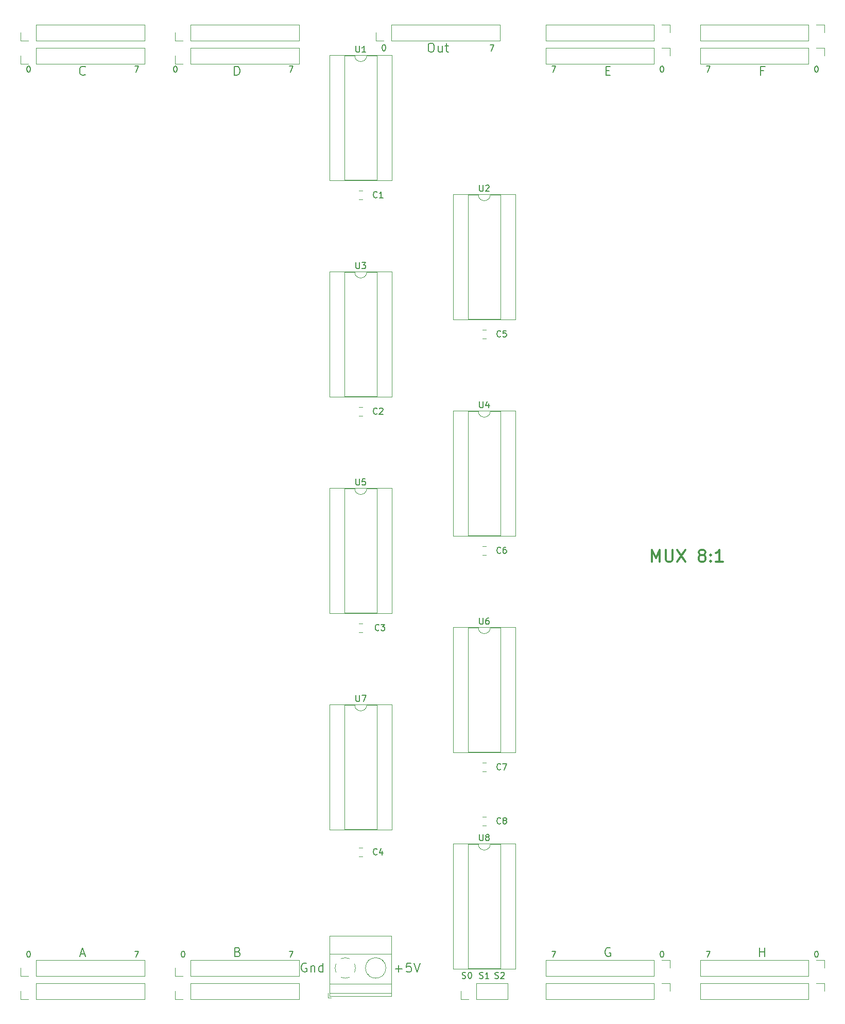
<source format=gbr>
%TF.GenerationSoftware,KiCad,Pcbnew,(5.1.8)-1*%
%TF.CreationDate,2022-05-21T00:33:48+03:00*%
%TF.ProjectId,MUX,4d55582e-6b69-4636-9164-5f7063625858,rev?*%
%TF.SameCoordinates,Original*%
%TF.FileFunction,Legend,Top*%
%TF.FilePolarity,Positive*%
%FSLAX46Y46*%
G04 Gerber Fmt 4.6, Leading zero omitted, Abs format (unit mm)*
G04 Created by KiCad (PCBNEW (5.1.8)-1) date 2022-05-21 00:33:48*
%MOMM*%
%LPD*%
G01*
G04 APERTURE LIST*
%ADD10C,0.300000*%
%ADD11C,0.150000*%
%ADD12C,0.200000*%
%ADD13C,0.120000*%
G04 APERTURE END LIST*
D10*
X120237976Y-117427261D02*
X120237976Y-115427261D01*
X120904642Y-116855833D01*
X121571309Y-115427261D01*
X121571309Y-117427261D01*
X122523690Y-115427261D02*
X122523690Y-117046309D01*
X122618928Y-117236785D01*
X122714166Y-117332023D01*
X122904642Y-117427261D01*
X123285595Y-117427261D01*
X123476071Y-117332023D01*
X123571309Y-117236785D01*
X123666547Y-117046309D01*
X123666547Y-115427261D01*
X124428452Y-115427261D02*
X125761785Y-117427261D01*
X125761785Y-115427261D02*
X124428452Y-117427261D01*
X128333214Y-116284404D02*
X128142738Y-116189166D01*
X128047500Y-116093928D01*
X127952261Y-115903452D01*
X127952261Y-115808214D01*
X128047500Y-115617738D01*
X128142738Y-115522500D01*
X128333214Y-115427261D01*
X128714166Y-115427261D01*
X128904642Y-115522500D01*
X128999880Y-115617738D01*
X129095119Y-115808214D01*
X129095119Y-115903452D01*
X128999880Y-116093928D01*
X128904642Y-116189166D01*
X128714166Y-116284404D01*
X128333214Y-116284404D01*
X128142738Y-116379642D01*
X128047500Y-116474880D01*
X127952261Y-116665357D01*
X127952261Y-117046309D01*
X128047500Y-117236785D01*
X128142738Y-117332023D01*
X128333214Y-117427261D01*
X128714166Y-117427261D01*
X128904642Y-117332023D01*
X128999880Y-117236785D01*
X129095119Y-117046309D01*
X129095119Y-116665357D01*
X128999880Y-116474880D01*
X128904642Y-116379642D01*
X128714166Y-116284404D01*
X129952261Y-117236785D02*
X130047500Y-117332023D01*
X129952261Y-117427261D01*
X129857023Y-117332023D01*
X129952261Y-117236785D01*
X129952261Y-117427261D01*
X129952261Y-116189166D02*
X130047500Y-116284404D01*
X129952261Y-116379642D01*
X129857023Y-116284404D01*
X129952261Y-116189166D01*
X129952261Y-116379642D01*
X131952261Y-117427261D02*
X130809404Y-117427261D01*
X131380833Y-117427261D02*
X131380833Y-115427261D01*
X131190357Y-115712976D01*
X130999880Y-115903452D01*
X130809404Y-115998690D01*
D11*
X35226666Y-35964880D02*
X35893333Y-35964880D01*
X35464761Y-36964880D01*
X60626666Y-35964880D02*
X61293333Y-35964880D01*
X60864761Y-36964880D01*
X93646666Y-32472380D02*
X94313333Y-32472380D01*
X93884761Y-33472380D01*
X103806666Y-35964880D02*
X104473333Y-35964880D01*
X104044761Y-36964880D01*
X129206666Y-35964880D02*
X129873333Y-35964880D01*
X129444761Y-36964880D01*
X129206666Y-181379880D02*
X129873333Y-181379880D01*
X129444761Y-182379880D01*
X103806666Y-181379880D02*
X104473333Y-181379880D01*
X104044761Y-182379880D01*
X60626666Y-181379880D02*
X61293333Y-181379880D01*
X60864761Y-182379880D01*
X35226666Y-181379880D02*
X35893333Y-181379880D01*
X35464761Y-182379880D01*
X17732380Y-181379880D02*
X17827619Y-181379880D01*
X17922857Y-181427500D01*
X17970476Y-181475119D01*
X18018095Y-181570357D01*
X18065714Y-181760833D01*
X18065714Y-181998928D01*
X18018095Y-182189404D01*
X17970476Y-182284642D01*
X17922857Y-182332261D01*
X17827619Y-182379880D01*
X17732380Y-182379880D01*
X17637142Y-182332261D01*
X17589523Y-182284642D01*
X17541904Y-182189404D01*
X17494285Y-181998928D01*
X17494285Y-181760833D01*
X17541904Y-181570357D01*
X17589523Y-181475119D01*
X17637142Y-181427500D01*
X17732380Y-181379880D01*
X43132380Y-181379880D02*
X43227619Y-181379880D01*
X43322857Y-181427500D01*
X43370476Y-181475119D01*
X43418095Y-181570357D01*
X43465714Y-181760833D01*
X43465714Y-181998928D01*
X43418095Y-182189404D01*
X43370476Y-182284642D01*
X43322857Y-182332261D01*
X43227619Y-182379880D01*
X43132380Y-182379880D01*
X43037142Y-182332261D01*
X42989523Y-182284642D01*
X42941904Y-182189404D01*
X42894285Y-181998928D01*
X42894285Y-181760833D01*
X42941904Y-181570357D01*
X42989523Y-181475119D01*
X43037142Y-181427500D01*
X43132380Y-181379880D01*
X121872380Y-181379880D02*
X121967619Y-181379880D01*
X122062857Y-181427500D01*
X122110476Y-181475119D01*
X122158095Y-181570357D01*
X122205714Y-181760833D01*
X122205714Y-181998928D01*
X122158095Y-182189404D01*
X122110476Y-182284642D01*
X122062857Y-182332261D01*
X121967619Y-182379880D01*
X121872380Y-182379880D01*
X121777142Y-182332261D01*
X121729523Y-182284642D01*
X121681904Y-182189404D01*
X121634285Y-181998928D01*
X121634285Y-181760833D01*
X121681904Y-181570357D01*
X121729523Y-181475119D01*
X121777142Y-181427500D01*
X121872380Y-181379880D01*
X147272380Y-181379880D02*
X147367619Y-181379880D01*
X147462857Y-181427500D01*
X147510476Y-181475119D01*
X147558095Y-181570357D01*
X147605714Y-181760833D01*
X147605714Y-181998928D01*
X147558095Y-182189404D01*
X147510476Y-182284642D01*
X147462857Y-182332261D01*
X147367619Y-182379880D01*
X147272380Y-182379880D01*
X147177142Y-182332261D01*
X147129523Y-182284642D01*
X147081904Y-182189404D01*
X147034285Y-181998928D01*
X147034285Y-181760833D01*
X147081904Y-181570357D01*
X147129523Y-181475119D01*
X147177142Y-181427500D01*
X147272380Y-181379880D01*
X17732380Y-35964880D02*
X17827619Y-35964880D01*
X17922857Y-36012500D01*
X17970476Y-36060119D01*
X18018095Y-36155357D01*
X18065714Y-36345833D01*
X18065714Y-36583928D01*
X18018095Y-36774404D01*
X17970476Y-36869642D01*
X17922857Y-36917261D01*
X17827619Y-36964880D01*
X17732380Y-36964880D01*
X17637142Y-36917261D01*
X17589523Y-36869642D01*
X17541904Y-36774404D01*
X17494285Y-36583928D01*
X17494285Y-36345833D01*
X17541904Y-36155357D01*
X17589523Y-36060119D01*
X17637142Y-36012500D01*
X17732380Y-35964880D01*
X41862380Y-35964880D02*
X41957619Y-35964880D01*
X42052857Y-36012500D01*
X42100476Y-36060119D01*
X42148095Y-36155357D01*
X42195714Y-36345833D01*
X42195714Y-36583928D01*
X42148095Y-36774404D01*
X42100476Y-36869642D01*
X42052857Y-36917261D01*
X41957619Y-36964880D01*
X41862380Y-36964880D01*
X41767142Y-36917261D01*
X41719523Y-36869642D01*
X41671904Y-36774404D01*
X41624285Y-36583928D01*
X41624285Y-36345833D01*
X41671904Y-36155357D01*
X41719523Y-36060119D01*
X41767142Y-36012500D01*
X41862380Y-35964880D01*
X76152380Y-32472380D02*
X76247619Y-32472380D01*
X76342857Y-32520000D01*
X76390476Y-32567619D01*
X76438095Y-32662857D01*
X76485714Y-32853333D01*
X76485714Y-33091428D01*
X76438095Y-33281904D01*
X76390476Y-33377142D01*
X76342857Y-33424761D01*
X76247619Y-33472380D01*
X76152380Y-33472380D01*
X76057142Y-33424761D01*
X76009523Y-33377142D01*
X75961904Y-33281904D01*
X75914285Y-33091428D01*
X75914285Y-32853333D01*
X75961904Y-32662857D01*
X76009523Y-32567619D01*
X76057142Y-32520000D01*
X76152380Y-32472380D01*
X121872380Y-35964880D02*
X121967619Y-35964880D01*
X122062857Y-36012500D01*
X122110476Y-36060119D01*
X122158095Y-36155357D01*
X122205714Y-36345833D01*
X122205714Y-36583928D01*
X122158095Y-36774404D01*
X122110476Y-36869642D01*
X122062857Y-36917261D01*
X121967619Y-36964880D01*
X121872380Y-36964880D01*
X121777142Y-36917261D01*
X121729523Y-36869642D01*
X121681904Y-36774404D01*
X121634285Y-36583928D01*
X121634285Y-36345833D01*
X121681904Y-36155357D01*
X121729523Y-36060119D01*
X121777142Y-36012500D01*
X121872380Y-35964880D01*
X147272380Y-35964880D02*
X147367619Y-35964880D01*
X147462857Y-36012500D01*
X147510476Y-36060119D01*
X147558095Y-36155357D01*
X147605714Y-36345833D01*
X147605714Y-36583928D01*
X147558095Y-36774404D01*
X147510476Y-36869642D01*
X147462857Y-36917261D01*
X147367619Y-36964880D01*
X147272380Y-36964880D01*
X147177142Y-36917261D01*
X147129523Y-36869642D01*
X147081904Y-36774404D01*
X147034285Y-36583928D01*
X147034285Y-36345833D01*
X147081904Y-36155357D01*
X147129523Y-36060119D01*
X147177142Y-36012500D01*
X147272380Y-35964880D01*
D12*
X83840000Y-32198571D02*
X84125714Y-32198571D01*
X84268571Y-32270000D01*
X84411428Y-32412857D01*
X84482857Y-32698571D01*
X84482857Y-33198571D01*
X84411428Y-33484285D01*
X84268571Y-33627142D01*
X84125714Y-33698571D01*
X83840000Y-33698571D01*
X83697142Y-33627142D01*
X83554285Y-33484285D01*
X83482857Y-33198571D01*
X83482857Y-32698571D01*
X83554285Y-32412857D01*
X83697142Y-32270000D01*
X83840000Y-32198571D01*
X85768571Y-32698571D02*
X85768571Y-33698571D01*
X85125714Y-32698571D02*
X85125714Y-33484285D01*
X85197142Y-33627142D01*
X85340000Y-33698571D01*
X85554285Y-33698571D01*
X85697142Y-33627142D01*
X85768571Y-33555714D01*
X86268571Y-32698571D02*
X86840000Y-32698571D01*
X86482857Y-32198571D02*
X86482857Y-33484285D01*
X86554285Y-33627142D01*
X86697142Y-33698571D01*
X86840000Y-33698571D01*
X78081428Y-184257142D02*
X79224285Y-184257142D01*
X78652857Y-184828571D02*
X78652857Y-183685714D01*
X80652857Y-183328571D02*
X79938571Y-183328571D01*
X79867142Y-184042857D01*
X79938571Y-183971428D01*
X80081428Y-183900000D01*
X80438571Y-183900000D01*
X80581428Y-183971428D01*
X80652857Y-184042857D01*
X80724285Y-184185714D01*
X80724285Y-184542857D01*
X80652857Y-184685714D01*
X80581428Y-184757142D01*
X80438571Y-184828571D01*
X80081428Y-184828571D01*
X79938571Y-184757142D01*
X79867142Y-184685714D01*
X81152857Y-183328571D02*
X81652857Y-184828571D01*
X82152857Y-183328571D01*
X63488214Y-183400000D02*
X63345357Y-183328571D01*
X63131071Y-183328571D01*
X62916785Y-183400000D01*
X62773928Y-183542857D01*
X62702500Y-183685714D01*
X62631071Y-183971428D01*
X62631071Y-184185714D01*
X62702500Y-184471428D01*
X62773928Y-184614285D01*
X62916785Y-184757142D01*
X63131071Y-184828571D01*
X63273928Y-184828571D01*
X63488214Y-184757142D01*
X63559642Y-184685714D01*
X63559642Y-184185714D01*
X63273928Y-184185714D01*
X64202500Y-183828571D02*
X64202500Y-184828571D01*
X64202500Y-183971428D02*
X64273928Y-183900000D01*
X64416785Y-183828571D01*
X64631071Y-183828571D01*
X64773928Y-183900000D01*
X64845357Y-184042857D01*
X64845357Y-184828571D01*
X66202500Y-184828571D02*
X66202500Y-183328571D01*
X66202500Y-184757142D02*
X66059642Y-184828571D01*
X65773928Y-184828571D01*
X65631071Y-184757142D01*
X65559642Y-184685714D01*
X65488214Y-184542857D01*
X65488214Y-184114285D01*
X65559642Y-183971428D01*
X65631071Y-183900000D01*
X65773928Y-183828571D01*
X66059642Y-183828571D01*
X66202500Y-183900000D01*
D11*
X94488095Y-185824761D02*
X94630952Y-185872380D01*
X94869047Y-185872380D01*
X94964285Y-185824761D01*
X95011904Y-185777142D01*
X95059523Y-185681904D01*
X95059523Y-185586666D01*
X95011904Y-185491428D01*
X94964285Y-185443809D01*
X94869047Y-185396190D01*
X94678571Y-185348571D01*
X94583333Y-185300952D01*
X94535714Y-185253333D01*
X94488095Y-185158095D01*
X94488095Y-185062857D01*
X94535714Y-184967619D01*
X94583333Y-184920000D01*
X94678571Y-184872380D01*
X94916666Y-184872380D01*
X95059523Y-184920000D01*
X95440476Y-184967619D02*
X95488095Y-184920000D01*
X95583333Y-184872380D01*
X95821428Y-184872380D01*
X95916666Y-184920000D01*
X95964285Y-184967619D01*
X96011904Y-185062857D01*
X96011904Y-185158095D01*
X95964285Y-185300952D01*
X95392857Y-185872380D01*
X96011904Y-185872380D01*
X91948095Y-185824761D02*
X92090952Y-185872380D01*
X92329047Y-185872380D01*
X92424285Y-185824761D01*
X92471904Y-185777142D01*
X92519523Y-185681904D01*
X92519523Y-185586666D01*
X92471904Y-185491428D01*
X92424285Y-185443809D01*
X92329047Y-185396190D01*
X92138571Y-185348571D01*
X92043333Y-185300952D01*
X91995714Y-185253333D01*
X91948095Y-185158095D01*
X91948095Y-185062857D01*
X91995714Y-184967619D01*
X92043333Y-184920000D01*
X92138571Y-184872380D01*
X92376666Y-184872380D01*
X92519523Y-184920000D01*
X93471904Y-185872380D02*
X92900476Y-185872380D01*
X93186190Y-185872380D02*
X93186190Y-184872380D01*
X93090952Y-185015238D01*
X92995714Y-185110476D01*
X92900476Y-185158095D01*
X89090595Y-185824761D02*
X89233452Y-185872380D01*
X89471547Y-185872380D01*
X89566785Y-185824761D01*
X89614404Y-185777142D01*
X89662023Y-185681904D01*
X89662023Y-185586666D01*
X89614404Y-185491428D01*
X89566785Y-185443809D01*
X89471547Y-185396190D01*
X89281071Y-185348571D01*
X89185833Y-185300952D01*
X89138214Y-185253333D01*
X89090595Y-185158095D01*
X89090595Y-185062857D01*
X89138214Y-184967619D01*
X89185833Y-184920000D01*
X89281071Y-184872380D01*
X89519166Y-184872380D01*
X89662023Y-184920000D01*
X90281071Y-184872380D02*
X90376309Y-184872380D01*
X90471547Y-184920000D01*
X90519166Y-184967619D01*
X90566785Y-185062857D01*
X90614404Y-185253333D01*
X90614404Y-185491428D01*
X90566785Y-185681904D01*
X90519166Y-185777142D01*
X90471547Y-185824761D01*
X90376309Y-185872380D01*
X90281071Y-185872380D01*
X90185833Y-185824761D01*
X90138214Y-185777142D01*
X90090595Y-185681904D01*
X90042976Y-185491428D01*
X90042976Y-185253333D01*
X90090595Y-185062857D01*
X90138214Y-184967619D01*
X90185833Y-184920000D01*
X90281071Y-184872380D01*
D12*
X138644285Y-36722857D02*
X138144285Y-36722857D01*
X138144285Y-37508571D02*
X138144285Y-36008571D01*
X138858571Y-36008571D01*
X112708571Y-36722857D02*
X113208571Y-36722857D01*
X113422857Y-37508571D02*
X112708571Y-37508571D01*
X112708571Y-36008571D01*
X113422857Y-36008571D01*
X51637142Y-37508571D02*
X51637142Y-36008571D01*
X51994285Y-36008571D01*
X52208571Y-36080000D01*
X52351428Y-36222857D01*
X52422857Y-36365714D01*
X52494285Y-36651428D01*
X52494285Y-36865714D01*
X52422857Y-37151428D01*
X52351428Y-37294285D01*
X52208571Y-37437142D01*
X51994285Y-37508571D01*
X51637142Y-37508571D01*
X27094285Y-37365714D02*
X27022857Y-37437142D01*
X26808571Y-37508571D01*
X26665714Y-37508571D01*
X26451428Y-37437142D01*
X26308571Y-37294285D01*
X26237142Y-37151428D01*
X26165714Y-36865714D01*
X26165714Y-36651428D01*
X26237142Y-36365714D01*
X26308571Y-36222857D01*
X26451428Y-36080000D01*
X26665714Y-36008571D01*
X26808571Y-36008571D01*
X27022857Y-36080000D01*
X27094285Y-36151428D01*
X137961428Y-182288571D02*
X137961428Y-180788571D01*
X137961428Y-181502857D02*
X138818571Y-181502857D01*
X138818571Y-182288571D02*
X138818571Y-180788571D01*
X113422857Y-180860000D02*
X113280000Y-180788571D01*
X113065714Y-180788571D01*
X112851428Y-180860000D01*
X112708571Y-181002857D01*
X112637142Y-181145714D01*
X112565714Y-181431428D01*
X112565714Y-181645714D01*
X112637142Y-181931428D01*
X112708571Y-182074285D01*
X112851428Y-182217142D01*
X113065714Y-182288571D01*
X113208571Y-182288571D01*
X113422857Y-182217142D01*
X113494285Y-182145714D01*
X113494285Y-181645714D01*
X113208571Y-181645714D01*
X52177142Y-181502857D02*
X52391428Y-181574285D01*
X52462857Y-181645714D01*
X52534285Y-181788571D01*
X52534285Y-182002857D01*
X52462857Y-182145714D01*
X52391428Y-182217142D01*
X52248571Y-182288571D01*
X51677142Y-182288571D01*
X51677142Y-180788571D01*
X52177142Y-180788571D01*
X52320000Y-180860000D01*
X52391428Y-180931428D01*
X52462857Y-181074285D01*
X52462857Y-181217142D01*
X52391428Y-181360000D01*
X52320000Y-181431428D01*
X52177142Y-181502857D01*
X51677142Y-181502857D01*
X26312857Y-181860000D02*
X27027142Y-181860000D01*
X26170000Y-182288571D02*
X26670000Y-180788571D01*
X27170000Y-182288571D01*
D13*
%TO.C,J1*%
X36890000Y-189290000D02*
X36890000Y-186630000D01*
X19050000Y-189290000D02*
X36890000Y-189290000D01*
X19050000Y-186630000D02*
X36890000Y-186630000D01*
X19050000Y-189290000D02*
X19050000Y-186630000D01*
X17780000Y-189290000D02*
X16450000Y-189290000D01*
X16450000Y-189290000D02*
X16450000Y-187960000D01*
%TO.C,J2*%
X102810000Y-29150000D02*
X102810000Y-31810000D01*
X120650000Y-29150000D02*
X102810000Y-29150000D01*
X120650000Y-31810000D02*
X102810000Y-31810000D01*
X120650000Y-29150000D02*
X120650000Y-31810000D01*
X121920000Y-29150000D02*
X123250000Y-29150000D01*
X123250000Y-29150000D02*
X123250000Y-30480000D01*
%TO.C,J3*%
X41850000Y-189290000D02*
X41850000Y-187960000D01*
X43180000Y-189290000D02*
X41850000Y-189290000D01*
X44450000Y-189290000D02*
X44450000Y-186630000D01*
X44450000Y-186630000D02*
X62290000Y-186630000D01*
X44450000Y-189290000D02*
X62290000Y-189290000D01*
X62290000Y-189290000D02*
X62290000Y-186630000D01*
%TO.C,J4*%
X148650000Y-29150000D02*
X148650000Y-30480000D01*
X147320000Y-29150000D02*
X148650000Y-29150000D01*
X146050000Y-29150000D02*
X146050000Y-31810000D01*
X146050000Y-31810000D02*
X128210000Y-31810000D01*
X146050000Y-29150000D02*
X128210000Y-29150000D01*
X128210000Y-29150000D02*
X128210000Y-31810000D01*
%TO.C,J5*%
X36890000Y-31810000D02*
X36890000Y-29150000D01*
X19050000Y-31810000D02*
X36890000Y-31810000D01*
X19050000Y-29150000D02*
X36890000Y-29150000D01*
X19050000Y-31810000D02*
X19050000Y-29150000D01*
X17780000Y-31810000D02*
X16450000Y-31810000D01*
X16450000Y-31810000D02*
X16450000Y-30480000D01*
%TO.C,J6*%
X102810000Y-186630000D02*
X102810000Y-189290000D01*
X120650000Y-186630000D02*
X102810000Y-186630000D01*
X120650000Y-189290000D02*
X102810000Y-189290000D01*
X120650000Y-186630000D02*
X120650000Y-189290000D01*
X121920000Y-186630000D02*
X123250000Y-186630000D01*
X123250000Y-186630000D02*
X123250000Y-187960000D01*
%TO.C,J7*%
X41850000Y-31810000D02*
X41850000Y-30480000D01*
X43180000Y-31810000D02*
X41850000Y-31810000D01*
X44450000Y-31810000D02*
X44450000Y-29150000D01*
X44450000Y-29150000D02*
X62290000Y-29150000D01*
X44450000Y-31810000D02*
X62290000Y-31810000D01*
X62290000Y-31810000D02*
X62290000Y-29150000D01*
%TO.C,J8*%
X148650000Y-186630000D02*
X148650000Y-187960000D01*
X147320000Y-186630000D02*
X148650000Y-186630000D01*
X146050000Y-186630000D02*
X146050000Y-189290000D01*
X146050000Y-189290000D02*
X128210000Y-189290000D01*
X146050000Y-186630000D02*
X128210000Y-186630000D01*
X128210000Y-186630000D02*
X128210000Y-189290000D01*
%TO.C,U1*%
X71390000Y-34230000D02*
X69740000Y-34230000D01*
X69740000Y-34230000D02*
X69740000Y-54670000D01*
X69740000Y-54670000D02*
X75040000Y-54670000D01*
X75040000Y-54670000D02*
X75040000Y-34230000D01*
X75040000Y-34230000D02*
X73390000Y-34230000D01*
X67250000Y-34170000D02*
X67250000Y-54730000D01*
X67250000Y-54730000D02*
X77530000Y-54730000D01*
X77530000Y-54730000D02*
X77530000Y-34170000D01*
X77530000Y-34170000D02*
X67250000Y-34170000D01*
X73390000Y-34230000D02*
G75*
G02*
X71390000Y-34230000I-1000000J0D01*
G01*
%TO.C,U2*%
X97850000Y-57030000D02*
X87570000Y-57030000D01*
X97850000Y-77590000D02*
X97850000Y-57030000D01*
X87570000Y-77590000D02*
X97850000Y-77590000D01*
X87570000Y-57030000D02*
X87570000Y-77590000D01*
X95360000Y-57090000D02*
X93710000Y-57090000D01*
X95360000Y-77530000D02*
X95360000Y-57090000D01*
X90060000Y-77530000D02*
X95360000Y-77530000D01*
X90060000Y-57090000D02*
X90060000Y-77530000D01*
X91710000Y-57090000D02*
X90060000Y-57090000D01*
X93710000Y-57090000D02*
G75*
G02*
X91710000Y-57090000I-1000000J0D01*
G01*
%TO.C,U3*%
X71390000Y-69790000D02*
X69740000Y-69790000D01*
X69740000Y-69790000D02*
X69740000Y-90230000D01*
X69740000Y-90230000D02*
X75040000Y-90230000D01*
X75040000Y-90230000D02*
X75040000Y-69790000D01*
X75040000Y-69790000D02*
X73390000Y-69790000D01*
X67250000Y-69730000D02*
X67250000Y-90290000D01*
X67250000Y-90290000D02*
X77530000Y-90290000D01*
X77530000Y-90290000D02*
X77530000Y-69730000D01*
X77530000Y-69730000D02*
X67250000Y-69730000D01*
X73390000Y-69790000D02*
G75*
G02*
X71390000Y-69790000I-1000000J0D01*
G01*
%TO.C,U4*%
X97850000Y-92590000D02*
X87570000Y-92590000D01*
X97850000Y-113150000D02*
X97850000Y-92590000D01*
X87570000Y-113150000D02*
X97850000Y-113150000D01*
X87570000Y-92590000D02*
X87570000Y-113150000D01*
X95360000Y-92650000D02*
X93710000Y-92650000D01*
X95360000Y-113090000D02*
X95360000Y-92650000D01*
X90060000Y-113090000D02*
X95360000Y-113090000D01*
X90060000Y-92650000D02*
X90060000Y-113090000D01*
X91710000Y-92650000D02*
X90060000Y-92650000D01*
X93710000Y-92650000D02*
G75*
G02*
X91710000Y-92650000I-1000000J0D01*
G01*
%TO.C,U5*%
X71390000Y-105350000D02*
X69740000Y-105350000D01*
X69740000Y-105350000D02*
X69740000Y-125790000D01*
X69740000Y-125790000D02*
X75040000Y-125790000D01*
X75040000Y-125790000D02*
X75040000Y-105350000D01*
X75040000Y-105350000D02*
X73390000Y-105350000D01*
X67250000Y-105290000D02*
X67250000Y-125850000D01*
X67250000Y-125850000D02*
X77530000Y-125850000D01*
X77530000Y-125850000D02*
X77530000Y-105290000D01*
X77530000Y-105290000D02*
X67250000Y-105290000D01*
X73390000Y-105350000D02*
G75*
G02*
X71390000Y-105350000I-1000000J0D01*
G01*
%TO.C,U6*%
X97850000Y-128150000D02*
X87570000Y-128150000D01*
X97850000Y-148710000D02*
X97850000Y-128150000D01*
X87570000Y-148710000D02*
X97850000Y-148710000D01*
X87570000Y-128150000D02*
X87570000Y-148710000D01*
X95360000Y-128210000D02*
X93710000Y-128210000D01*
X95360000Y-148650000D02*
X95360000Y-128210000D01*
X90060000Y-148650000D02*
X95360000Y-148650000D01*
X90060000Y-128210000D02*
X90060000Y-148650000D01*
X91710000Y-128210000D02*
X90060000Y-128210000D01*
X93710000Y-128210000D02*
G75*
G02*
X91710000Y-128210000I-1000000J0D01*
G01*
%TO.C,U7*%
X71390000Y-140910000D02*
X69740000Y-140910000D01*
X69740000Y-140910000D02*
X69740000Y-161350000D01*
X69740000Y-161350000D02*
X75040000Y-161350000D01*
X75040000Y-161350000D02*
X75040000Y-140910000D01*
X75040000Y-140910000D02*
X73390000Y-140910000D01*
X67250000Y-140850000D02*
X67250000Y-161410000D01*
X67250000Y-161410000D02*
X77530000Y-161410000D01*
X77530000Y-161410000D02*
X77530000Y-140850000D01*
X77530000Y-140850000D02*
X67250000Y-140850000D01*
X73390000Y-140910000D02*
G75*
G02*
X71390000Y-140910000I-1000000J0D01*
G01*
%TO.C,U8*%
X97850000Y-163710000D02*
X87570000Y-163710000D01*
X97850000Y-184270000D02*
X97850000Y-163710000D01*
X87570000Y-184270000D02*
X97850000Y-184270000D01*
X87570000Y-163710000D02*
X87570000Y-184270000D01*
X95360000Y-163770000D02*
X93710000Y-163770000D01*
X95360000Y-184210000D02*
X95360000Y-163770000D01*
X90060000Y-184210000D02*
X95360000Y-184210000D01*
X90060000Y-163770000D02*
X90060000Y-184210000D01*
X91710000Y-163770000D02*
X90060000Y-163770000D01*
X93710000Y-163770000D02*
G75*
G02*
X91710000Y-163770000I-1000000J0D01*
G01*
%TO.C,J9*%
X76530000Y-184150000D02*
G75*
G03*
X76530000Y-184150000I-1680000J0D01*
G01*
X67290000Y-188250000D02*
X77410000Y-188250000D01*
X67290000Y-186750000D02*
X77410000Y-186750000D01*
X67290000Y-181849000D02*
X77410000Y-181849000D01*
X67290000Y-178889000D02*
X77410000Y-178889000D01*
X67290000Y-188810000D02*
X77410000Y-188810000D01*
X67290000Y-178889000D02*
X67290000Y-188810000D01*
X77410000Y-178889000D02*
X77410000Y-188810000D01*
X76125000Y-183081000D02*
X76078000Y-183127000D01*
X73816000Y-185389000D02*
X73781000Y-185424000D01*
X75920000Y-182875000D02*
X75885000Y-182911000D01*
X73623000Y-185173000D02*
X73576000Y-185219000D01*
X67050000Y-188310000D02*
X67050000Y-189050000D01*
X67050000Y-189050000D02*
X67550000Y-189050000D01*
X70533318Y-185684756D02*
G75*
G02*
X69850000Y-185830000I-683318J1534756D01*
G01*
X71385426Y-183466958D02*
G75*
G02*
X71385000Y-184834000I-1535426J-683042D01*
G01*
X69166958Y-182614574D02*
G75*
G02*
X70534000Y-182615000I683042J-1535426D01*
G01*
X68314574Y-184833042D02*
G75*
G02*
X68315000Y-183466000I1535426J683042D01*
G01*
X69878805Y-185830253D02*
G75*
G02*
X69166000Y-185685000I-28805J1680253D01*
G01*
%TO.C,J10*%
X96580000Y-189290000D02*
X96580000Y-186630000D01*
X91440000Y-189290000D02*
X96580000Y-189290000D01*
X91440000Y-186630000D02*
X96580000Y-186630000D01*
X91440000Y-189290000D02*
X91440000Y-186630000D01*
X90170000Y-189290000D02*
X88840000Y-189290000D01*
X88840000Y-189290000D02*
X88840000Y-187960000D01*
%TO.C,J11*%
X95310000Y-31810000D02*
X95310000Y-29150000D01*
X77470000Y-31810000D02*
X95310000Y-31810000D01*
X77470000Y-29150000D02*
X95310000Y-29150000D01*
X77470000Y-31810000D02*
X77470000Y-29150000D01*
X76200000Y-31810000D02*
X74870000Y-31810000D01*
X74870000Y-31810000D02*
X74870000Y-30480000D01*
%TO.C,C1*%
X72651252Y-57885000D02*
X72128748Y-57885000D01*
X72651252Y-56415000D02*
X72128748Y-56415000D01*
%TO.C,C2*%
X72651252Y-91975000D02*
X72128748Y-91975000D01*
X72651252Y-93445000D02*
X72128748Y-93445000D01*
%TO.C,C3*%
X72651252Y-129005000D02*
X72128748Y-129005000D01*
X72651252Y-127535000D02*
X72128748Y-127535000D01*
%TO.C,C4*%
X72651252Y-164365000D02*
X72128748Y-164365000D01*
X72651252Y-165835000D02*
X72128748Y-165835000D01*
%TO.C,C5*%
X92971252Y-80745000D02*
X92448748Y-80745000D01*
X92971252Y-79275000D02*
X92448748Y-79275000D01*
%TO.C,C6*%
X92971252Y-114835000D02*
X92448748Y-114835000D01*
X92971252Y-116305000D02*
X92448748Y-116305000D01*
%TO.C,C7*%
X92971252Y-151865000D02*
X92448748Y-151865000D01*
X92971252Y-150395000D02*
X92448748Y-150395000D01*
%TO.C,C8*%
X92971252Y-159285000D02*
X92448748Y-159285000D01*
X92971252Y-160755000D02*
X92448748Y-160755000D01*
%TO.C,J12*%
X16450000Y-185480000D02*
X16450000Y-184150000D01*
X17780000Y-185480000D02*
X16450000Y-185480000D01*
X19050000Y-185480000D02*
X19050000Y-182820000D01*
X19050000Y-182820000D02*
X36890000Y-182820000D01*
X19050000Y-185480000D02*
X36890000Y-185480000D01*
X36890000Y-185480000D02*
X36890000Y-182820000D01*
%TO.C,J13*%
X123250000Y-32960000D02*
X123250000Y-34290000D01*
X121920000Y-32960000D02*
X123250000Y-32960000D01*
X120650000Y-32960000D02*
X120650000Y-35620000D01*
X120650000Y-35620000D02*
X102810000Y-35620000D01*
X120650000Y-32960000D02*
X102810000Y-32960000D01*
X102810000Y-32960000D02*
X102810000Y-35620000D01*
%TO.C,J14*%
X62290000Y-185480000D02*
X62290000Y-182820000D01*
X44450000Y-185480000D02*
X62290000Y-185480000D01*
X44450000Y-182820000D02*
X62290000Y-182820000D01*
X44450000Y-185480000D02*
X44450000Y-182820000D01*
X43180000Y-185480000D02*
X41850000Y-185480000D01*
X41850000Y-185480000D02*
X41850000Y-184150000D01*
%TO.C,J15*%
X128210000Y-32960000D02*
X128210000Y-35620000D01*
X146050000Y-32960000D02*
X128210000Y-32960000D01*
X146050000Y-35620000D02*
X128210000Y-35620000D01*
X146050000Y-32960000D02*
X146050000Y-35620000D01*
X147320000Y-32960000D02*
X148650000Y-32960000D01*
X148650000Y-32960000D02*
X148650000Y-34290000D01*
%TO.C,J16*%
X16450000Y-35620000D02*
X16450000Y-34290000D01*
X17780000Y-35620000D02*
X16450000Y-35620000D01*
X19050000Y-35620000D02*
X19050000Y-32960000D01*
X19050000Y-32960000D02*
X36890000Y-32960000D01*
X19050000Y-35620000D02*
X36890000Y-35620000D01*
X36890000Y-35620000D02*
X36890000Y-32960000D01*
%TO.C,J17*%
X123250000Y-182820000D02*
X123250000Y-184150000D01*
X121920000Y-182820000D02*
X123250000Y-182820000D01*
X120650000Y-182820000D02*
X120650000Y-185480000D01*
X120650000Y-185480000D02*
X102810000Y-185480000D01*
X120650000Y-182820000D02*
X102810000Y-182820000D01*
X102810000Y-182820000D02*
X102810000Y-185480000D01*
%TO.C,J18*%
X62290000Y-35620000D02*
X62290000Y-32960000D01*
X44450000Y-35620000D02*
X62290000Y-35620000D01*
X44450000Y-32960000D02*
X62290000Y-32960000D01*
X44450000Y-35620000D02*
X44450000Y-32960000D01*
X43180000Y-35620000D02*
X41850000Y-35620000D01*
X41850000Y-35620000D02*
X41850000Y-34290000D01*
%TO.C,J19*%
X128210000Y-182820000D02*
X128210000Y-185480000D01*
X146050000Y-182820000D02*
X128210000Y-182820000D01*
X146050000Y-185480000D02*
X128210000Y-185480000D01*
X146050000Y-182820000D02*
X146050000Y-185480000D01*
X147320000Y-182820000D02*
X148650000Y-182820000D01*
X148650000Y-182820000D02*
X148650000Y-184150000D01*
%TO.C,U1*%
D11*
X71628095Y-32682380D02*
X71628095Y-33491904D01*
X71675714Y-33587142D01*
X71723333Y-33634761D01*
X71818571Y-33682380D01*
X72009047Y-33682380D01*
X72104285Y-33634761D01*
X72151904Y-33587142D01*
X72199523Y-33491904D01*
X72199523Y-32682380D01*
X73199523Y-33682380D02*
X72628095Y-33682380D01*
X72913809Y-33682380D02*
X72913809Y-32682380D01*
X72818571Y-32825238D01*
X72723333Y-32920476D01*
X72628095Y-32968095D01*
%TO.C,U2*%
X91948095Y-55542380D02*
X91948095Y-56351904D01*
X91995714Y-56447142D01*
X92043333Y-56494761D01*
X92138571Y-56542380D01*
X92329047Y-56542380D01*
X92424285Y-56494761D01*
X92471904Y-56447142D01*
X92519523Y-56351904D01*
X92519523Y-55542380D01*
X92948095Y-55637619D02*
X92995714Y-55590000D01*
X93090952Y-55542380D01*
X93329047Y-55542380D01*
X93424285Y-55590000D01*
X93471904Y-55637619D01*
X93519523Y-55732857D01*
X93519523Y-55828095D01*
X93471904Y-55970952D01*
X92900476Y-56542380D01*
X93519523Y-56542380D01*
%TO.C,U3*%
X71628095Y-68242380D02*
X71628095Y-69051904D01*
X71675714Y-69147142D01*
X71723333Y-69194761D01*
X71818571Y-69242380D01*
X72009047Y-69242380D01*
X72104285Y-69194761D01*
X72151904Y-69147142D01*
X72199523Y-69051904D01*
X72199523Y-68242380D01*
X72580476Y-68242380D02*
X73199523Y-68242380D01*
X72866190Y-68623333D01*
X73009047Y-68623333D01*
X73104285Y-68670952D01*
X73151904Y-68718571D01*
X73199523Y-68813809D01*
X73199523Y-69051904D01*
X73151904Y-69147142D01*
X73104285Y-69194761D01*
X73009047Y-69242380D01*
X72723333Y-69242380D01*
X72628095Y-69194761D01*
X72580476Y-69147142D01*
%TO.C,U4*%
X91948095Y-91102380D02*
X91948095Y-91911904D01*
X91995714Y-92007142D01*
X92043333Y-92054761D01*
X92138571Y-92102380D01*
X92329047Y-92102380D01*
X92424285Y-92054761D01*
X92471904Y-92007142D01*
X92519523Y-91911904D01*
X92519523Y-91102380D01*
X93424285Y-91435714D02*
X93424285Y-92102380D01*
X93186190Y-91054761D02*
X92948095Y-91769047D01*
X93567142Y-91769047D01*
%TO.C,U5*%
X71628095Y-103802380D02*
X71628095Y-104611904D01*
X71675714Y-104707142D01*
X71723333Y-104754761D01*
X71818571Y-104802380D01*
X72009047Y-104802380D01*
X72104285Y-104754761D01*
X72151904Y-104707142D01*
X72199523Y-104611904D01*
X72199523Y-103802380D01*
X73151904Y-103802380D02*
X72675714Y-103802380D01*
X72628095Y-104278571D01*
X72675714Y-104230952D01*
X72770952Y-104183333D01*
X73009047Y-104183333D01*
X73104285Y-104230952D01*
X73151904Y-104278571D01*
X73199523Y-104373809D01*
X73199523Y-104611904D01*
X73151904Y-104707142D01*
X73104285Y-104754761D01*
X73009047Y-104802380D01*
X72770952Y-104802380D01*
X72675714Y-104754761D01*
X72628095Y-104707142D01*
%TO.C,U6*%
X91948095Y-126662380D02*
X91948095Y-127471904D01*
X91995714Y-127567142D01*
X92043333Y-127614761D01*
X92138571Y-127662380D01*
X92329047Y-127662380D01*
X92424285Y-127614761D01*
X92471904Y-127567142D01*
X92519523Y-127471904D01*
X92519523Y-126662380D01*
X93424285Y-126662380D02*
X93233809Y-126662380D01*
X93138571Y-126710000D01*
X93090952Y-126757619D01*
X92995714Y-126900476D01*
X92948095Y-127090952D01*
X92948095Y-127471904D01*
X92995714Y-127567142D01*
X93043333Y-127614761D01*
X93138571Y-127662380D01*
X93329047Y-127662380D01*
X93424285Y-127614761D01*
X93471904Y-127567142D01*
X93519523Y-127471904D01*
X93519523Y-127233809D01*
X93471904Y-127138571D01*
X93424285Y-127090952D01*
X93329047Y-127043333D01*
X93138571Y-127043333D01*
X93043333Y-127090952D01*
X92995714Y-127138571D01*
X92948095Y-127233809D01*
%TO.C,U7*%
X71628095Y-139362380D02*
X71628095Y-140171904D01*
X71675714Y-140267142D01*
X71723333Y-140314761D01*
X71818571Y-140362380D01*
X72009047Y-140362380D01*
X72104285Y-140314761D01*
X72151904Y-140267142D01*
X72199523Y-140171904D01*
X72199523Y-139362380D01*
X72580476Y-139362380D02*
X73247142Y-139362380D01*
X72818571Y-140362380D01*
%TO.C,U8*%
X91948095Y-162222380D02*
X91948095Y-163031904D01*
X91995714Y-163127142D01*
X92043333Y-163174761D01*
X92138571Y-163222380D01*
X92329047Y-163222380D01*
X92424285Y-163174761D01*
X92471904Y-163127142D01*
X92519523Y-163031904D01*
X92519523Y-162222380D01*
X93138571Y-162650952D02*
X93043333Y-162603333D01*
X92995714Y-162555714D01*
X92948095Y-162460476D01*
X92948095Y-162412857D01*
X92995714Y-162317619D01*
X93043333Y-162270000D01*
X93138571Y-162222380D01*
X93329047Y-162222380D01*
X93424285Y-162270000D01*
X93471904Y-162317619D01*
X93519523Y-162412857D01*
X93519523Y-162460476D01*
X93471904Y-162555714D01*
X93424285Y-162603333D01*
X93329047Y-162650952D01*
X93138571Y-162650952D01*
X93043333Y-162698571D01*
X92995714Y-162746190D01*
X92948095Y-162841428D01*
X92948095Y-163031904D01*
X92995714Y-163127142D01*
X93043333Y-163174761D01*
X93138571Y-163222380D01*
X93329047Y-163222380D01*
X93424285Y-163174761D01*
X93471904Y-163127142D01*
X93519523Y-163031904D01*
X93519523Y-162841428D01*
X93471904Y-162746190D01*
X93424285Y-162698571D01*
X93329047Y-162650952D01*
%TO.C,C1*%
X75080833Y-57507142D02*
X75033214Y-57554761D01*
X74890357Y-57602380D01*
X74795119Y-57602380D01*
X74652261Y-57554761D01*
X74557023Y-57459523D01*
X74509404Y-57364285D01*
X74461785Y-57173809D01*
X74461785Y-57030952D01*
X74509404Y-56840476D01*
X74557023Y-56745238D01*
X74652261Y-56650000D01*
X74795119Y-56602380D01*
X74890357Y-56602380D01*
X75033214Y-56650000D01*
X75080833Y-56697619D01*
X76033214Y-57602380D02*
X75461785Y-57602380D01*
X75747500Y-57602380D02*
X75747500Y-56602380D01*
X75652261Y-56745238D01*
X75557023Y-56840476D01*
X75461785Y-56888095D01*
%TO.C,C2*%
X75080833Y-93067142D02*
X75033214Y-93114761D01*
X74890357Y-93162380D01*
X74795119Y-93162380D01*
X74652261Y-93114761D01*
X74557023Y-93019523D01*
X74509404Y-92924285D01*
X74461785Y-92733809D01*
X74461785Y-92590952D01*
X74509404Y-92400476D01*
X74557023Y-92305238D01*
X74652261Y-92210000D01*
X74795119Y-92162380D01*
X74890357Y-92162380D01*
X75033214Y-92210000D01*
X75080833Y-92257619D01*
X75461785Y-92257619D02*
X75509404Y-92210000D01*
X75604642Y-92162380D01*
X75842738Y-92162380D01*
X75937976Y-92210000D01*
X75985595Y-92257619D01*
X76033214Y-92352857D01*
X76033214Y-92448095D01*
X75985595Y-92590952D01*
X75414166Y-93162380D01*
X76033214Y-93162380D01*
%TO.C,C3*%
X75398333Y-128627142D02*
X75350714Y-128674761D01*
X75207857Y-128722380D01*
X75112619Y-128722380D01*
X74969761Y-128674761D01*
X74874523Y-128579523D01*
X74826904Y-128484285D01*
X74779285Y-128293809D01*
X74779285Y-128150952D01*
X74826904Y-127960476D01*
X74874523Y-127865238D01*
X74969761Y-127770000D01*
X75112619Y-127722380D01*
X75207857Y-127722380D01*
X75350714Y-127770000D01*
X75398333Y-127817619D01*
X75731666Y-127722380D02*
X76350714Y-127722380D01*
X76017380Y-128103333D01*
X76160238Y-128103333D01*
X76255476Y-128150952D01*
X76303095Y-128198571D01*
X76350714Y-128293809D01*
X76350714Y-128531904D01*
X76303095Y-128627142D01*
X76255476Y-128674761D01*
X76160238Y-128722380D01*
X75874523Y-128722380D01*
X75779285Y-128674761D01*
X75731666Y-128627142D01*
%TO.C,C4*%
X75080833Y-165457142D02*
X75033214Y-165504761D01*
X74890357Y-165552380D01*
X74795119Y-165552380D01*
X74652261Y-165504761D01*
X74557023Y-165409523D01*
X74509404Y-165314285D01*
X74461785Y-165123809D01*
X74461785Y-164980952D01*
X74509404Y-164790476D01*
X74557023Y-164695238D01*
X74652261Y-164600000D01*
X74795119Y-164552380D01*
X74890357Y-164552380D01*
X75033214Y-164600000D01*
X75080833Y-164647619D01*
X75937976Y-164885714D02*
X75937976Y-165552380D01*
X75699880Y-164504761D02*
X75461785Y-165219047D01*
X76080833Y-165219047D01*
%TO.C,C5*%
X95400833Y-80367142D02*
X95353214Y-80414761D01*
X95210357Y-80462380D01*
X95115119Y-80462380D01*
X94972261Y-80414761D01*
X94877023Y-80319523D01*
X94829404Y-80224285D01*
X94781785Y-80033809D01*
X94781785Y-79890952D01*
X94829404Y-79700476D01*
X94877023Y-79605238D01*
X94972261Y-79510000D01*
X95115119Y-79462380D01*
X95210357Y-79462380D01*
X95353214Y-79510000D01*
X95400833Y-79557619D01*
X96305595Y-79462380D02*
X95829404Y-79462380D01*
X95781785Y-79938571D01*
X95829404Y-79890952D01*
X95924642Y-79843333D01*
X96162738Y-79843333D01*
X96257976Y-79890952D01*
X96305595Y-79938571D01*
X96353214Y-80033809D01*
X96353214Y-80271904D01*
X96305595Y-80367142D01*
X96257976Y-80414761D01*
X96162738Y-80462380D01*
X95924642Y-80462380D01*
X95829404Y-80414761D01*
X95781785Y-80367142D01*
%TO.C,C6*%
X95400833Y-115927142D02*
X95353214Y-115974761D01*
X95210357Y-116022380D01*
X95115119Y-116022380D01*
X94972261Y-115974761D01*
X94877023Y-115879523D01*
X94829404Y-115784285D01*
X94781785Y-115593809D01*
X94781785Y-115450952D01*
X94829404Y-115260476D01*
X94877023Y-115165238D01*
X94972261Y-115070000D01*
X95115119Y-115022380D01*
X95210357Y-115022380D01*
X95353214Y-115070000D01*
X95400833Y-115117619D01*
X96257976Y-115022380D02*
X96067500Y-115022380D01*
X95972261Y-115070000D01*
X95924642Y-115117619D01*
X95829404Y-115260476D01*
X95781785Y-115450952D01*
X95781785Y-115831904D01*
X95829404Y-115927142D01*
X95877023Y-115974761D01*
X95972261Y-116022380D01*
X96162738Y-116022380D01*
X96257976Y-115974761D01*
X96305595Y-115927142D01*
X96353214Y-115831904D01*
X96353214Y-115593809D01*
X96305595Y-115498571D01*
X96257976Y-115450952D01*
X96162738Y-115403333D01*
X95972261Y-115403333D01*
X95877023Y-115450952D01*
X95829404Y-115498571D01*
X95781785Y-115593809D01*
%TO.C,C7*%
X95400833Y-151487142D02*
X95353214Y-151534761D01*
X95210357Y-151582380D01*
X95115119Y-151582380D01*
X94972261Y-151534761D01*
X94877023Y-151439523D01*
X94829404Y-151344285D01*
X94781785Y-151153809D01*
X94781785Y-151010952D01*
X94829404Y-150820476D01*
X94877023Y-150725238D01*
X94972261Y-150630000D01*
X95115119Y-150582380D01*
X95210357Y-150582380D01*
X95353214Y-150630000D01*
X95400833Y-150677619D01*
X95734166Y-150582380D02*
X96400833Y-150582380D01*
X95972261Y-151582380D01*
%TO.C,C8*%
X95400833Y-160377142D02*
X95353214Y-160424761D01*
X95210357Y-160472380D01*
X95115119Y-160472380D01*
X94972261Y-160424761D01*
X94877023Y-160329523D01*
X94829404Y-160234285D01*
X94781785Y-160043809D01*
X94781785Y-159900952D01*
X94829404Y-159710476D01*
X94877023Y-159615238D01*
X94972261Y-159520000D01*
X95115119Y-159472380D01*
X95210357Y-159472380D01*
X95353214Y-159520000D01*
X95400833Y-159567619D01*
X95972261Y-159900952D02*
X95877023Y-159853333D01*
X95829404Y-159805714D01*
X95781785Y-159710476D01*
X95781785Y-159662857D01*
X95829404Y-159567619D01*
X95877023Y-159520000D01*
X95972261Y-159472380D01*
X96162738Y-159472380D01*
X96257976Y-159520000D01*
X96305595Y-159567619D01*
X96353214Y-159662857D01*
X96353214Y-159710476D01*
X96305595Y-159805714D01*
X96257976Y-159853333D01*
X96162738Y-159900952D01*
X95972261Y-159900952D01*
X95877023Y-159948571D01*
X95829404Y-159996190D01*
X95781785Y-160091428D01*
X95781785Y-160281904D01*
X95829404Y-160377142D01*
X95877023Y-160424761D01*
X95972261Y-160472380D01*
X96162738Y-160472380D01*
X96257976Y-160424761D01*
X96305595Y-160377142D01*
X96353214Y-160281904D01*
X96353214Y-160091428D01*
X96305595Y-159996190D01*
X96257976Y-159948571D01*
X96162738Y-159900952D01*
%TD*%
M02*

</source>
